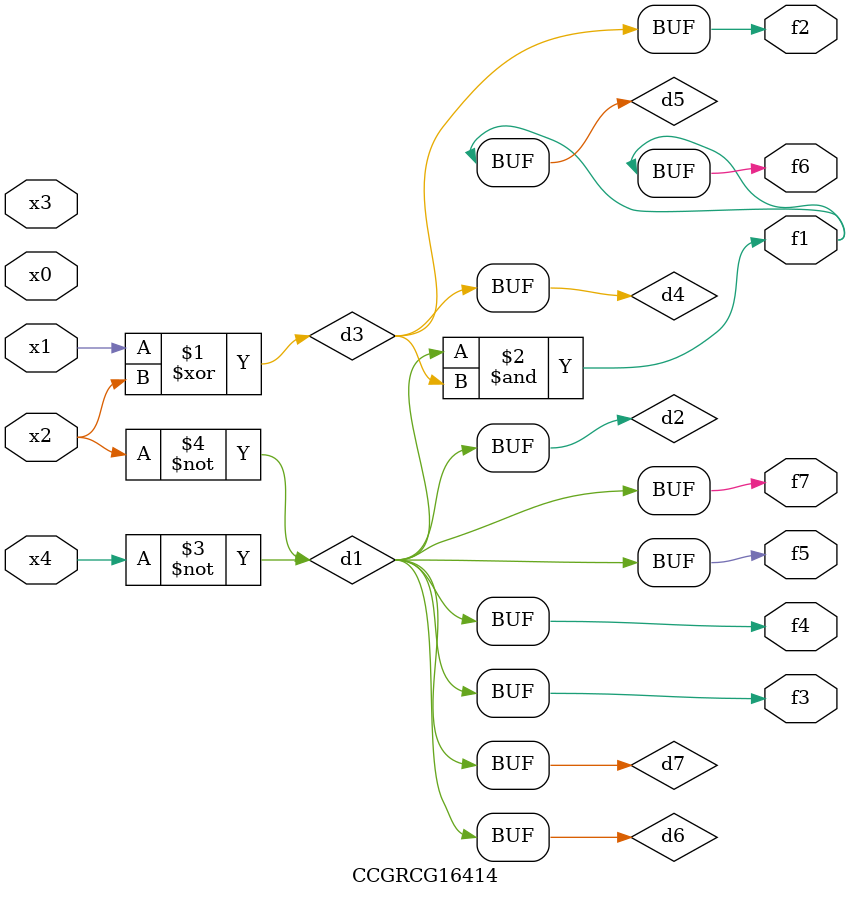
<source format=v>
module CCGRCG16414(
	input x0, x1, x2, x3, x4,
	output f1, f2, f3, f4, f5, f6, f7
);

	wire d1, d2, d3, d4, d5, d6, d7;

	not (d1, x4);
	not (d2, x2);
	xor (d3, x1, x2);
	buf (d4, d3);
	and (d5, d1, d3);
	buf (d6, d1, d2);
	buf (d7, d2);
	assign f1 = d5;
	assign f2 = d4;
	assign f3 = d7;
	assign f4 = d7;
	assign f5 = d7;
	assign f6 = d5;
	assign f7 = d7;
endmodule

</source>
